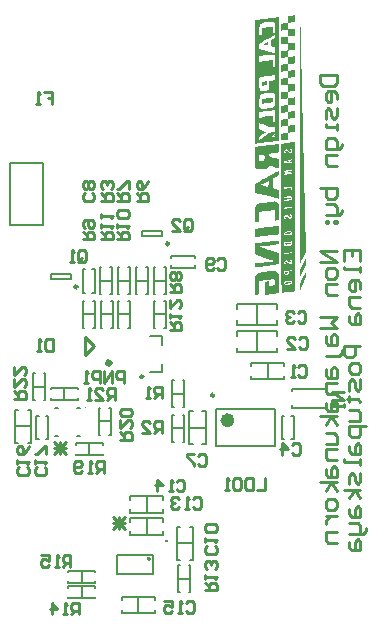
<source format=gbr>
%TF.GenerationSoftware,Altium Limited,Altium Designer,18.1.9 (240)*%
G04 Layer_Color=32896*
%FSLAX26Y26*%
%MOIN*%
%TF.FileFunction,Legend,Bot*%
%TF.Part,Single*%
G01*
G75*
%TA.AperFunction,NonConductor*%
%ADD50C,0.010000*%
%ADD51C,0.009842*%
%ADD52C,0.003937*%
%ADD53C,0.023622*%
%ADD54C,0.019685*%
%ADD55C,0.007874*%
%ADD56C,0.005906*%
G36*
X1041285Y2018373D02*
X1030203Y2017681D01*
X1026048Y2016988D01*
X1021892Y2016296D01*
X1019122Y2015603D01*
X1017736D01*
Y1994825D01*
X1018429Y1993440D01*
X1019122D01*
X1020507D01*
X1024662Y1994132D01*
X1028126Y1994825D01*
X1029511D01*
X1030203D01*
X1033666Y1995518D01*
X1036437D01*
X1038514D01*
X1039900Y1996210D01*
X1041285D01*
Y1972662D01*
X1029511Y1971969D01*
X1025355Y1971277D01*
X1022585Y1970584D01*
X1020507D01*
X1019122Y1969891D01*
X1017736D01*
Y1947036D01*
X1018429D01*
X1019814D01*
X1023277Y1947728D01*
X1027433Y1948421D01*
X1028818D01*
X1029511D01*
X1032974Y1949113D01*
X1035744D01*
X1037822D01*
X1039207Y1949806D01*
X1041285D01*
Y1926950D01*
X1040592D01*
X1039207D01*
X1035744Y1926258D01*
X1031589Y1925565D01*
X1030896D01*
X1030203D01*
X1026740Y1924872D01*
X1023970D01*
X1021892Y1924180D01*
X1019814D01*
X1018429D01*
Y1923487D01*
X1017736Y1922102D01*
Y1901324D01*
X1017044D01*
X1015659D01*
X1012196Y1900631D01*
X1008040Y1899939D01*
X1007347D01*
X1006655D01*
X1003192Y1899246D01*
X1000422D01*
X998344Y1898554D01*
X996958D01*
X995573D01*
Y1899246D01*
X994881Y1900631D01*
Y1921409D01*
X995573D01*
X996266D01*
X1000422Y1922102D01*
X1003885Y1922795D01*
X1005270D01*
X1005962D01*
X1017044Y1924180D01*
Y1935262D01*
X1017736Y1946343D01*
X1006655Y1945650D01*
X1003192Y1944958D01*
X1000422D01*
X998344Y1944265D01*
X996958D01*
X995573D01*
X994881Y1943573D01*
Y1967121D01*
X995573D01*
X996266D01*
X1000422Y1967814D01*
X1003885Y1968506D01*
X1005270D01*
X1005962D01*
X1009425Y1969199D01*
X1012196D01*
X1014274D01*
X1015659Y1969891D01*
X1017736D01*
Y1989284D01*
X1017044Y1990669D01*
Y1992055D01*
X1014274D01*
X1011503D01*
X1003885Y1991362D01*
X1001114D01*
X998344Y1990669D01*
X996266D01*
X995573D01*
X994881Y1989284D01*
Y2012833D01*
X1005962Y2014910D01*
X1009425D01*
X1012196Y2015603D01*
X1014274D01*
X1015659D01*
X1017044D01*
X1017736D01*
Y2039151D01*
X1028126Y2039844D01*
X1031589D01*
X1032974Y2040537D01*
X1033666D01*
X1037129D01*
X1037822Y2041229D01*
X1038514D01*
X1039900Y2041922D01*
X1041285D01*
Y2018373D01*
D02*
G37*
G36*
Y1881239D02*
X1030203Y1879853D01*
X1026740Y1879161D01*
X1023970D01*
X1021892Y1878468D01*
X1020507D01*
X1019122D01*
X1017736D01*
Y1856998D01*
X1018429Y1855612D01*
X1019122D01*
X1020507D01*
X1024662Y1856305D01*
X1028126Y1856998D01*
X1029511D01*
X1030203D01*
X1033666Y1857690D01*
X1036437D01*
X1038514D01*
X1039900Y1858383D01*
X1041285D01*
Y1834834D01*
X1030203Y1834142D01*
X1026740Y1833449D01*
X1023277Y1832757D01*
X1021199D01*
X1019814Y1832064D01*
X1018429D01*
X1017736D01*
Y1809901D01*
X1018429D01*
X1019814D01*
X1023277Y1810593D01*
X1027433Y1811286D01*
X1028818D01*
X1029511D01*
X1032974Y1811979D01*
X1035744D01*
X1037822D01*
X1039207Y1812671D01*
X1041285D01*
Y1789123D01*
X1040592D01*
X1037822D01*
X1034359Y1788430D01*
X1030896D01*
X1030203D01*
X1029511D01*
X1026048Y1787738D01*
X1023277Y1787045D01*
X1019814Y1786352D01*
X1018429D01*
X1017736D01*
Y1764189D01*
X1017044D01*
X1016351Y1763497D01*
X1014966D01*
X1011503Y1762804D01*
X1007347Y1762111D01*
X1006655D01*
X1005962D01*
X1002499D01*
X999729Y1761419D01*
X998344D01*
X996958D01*
X995573D01*
X994881D01*
Y1783582D01*
X995573D01*
X996266D01*
X1000422Y1784275D01*
X1003885Y1784967D01*
X1005270D01*
X1005962D01*
X1009425Y1785660D01*
X1012196D01*
X1014274D01*
X1015659Y1786352D01*
X1017736D01*
Y1807130D01*
X1017044Y1808516D01*
Y1809901D01*
X1014274D01*
X1010811Y1809208D01*
X1003885Y1808516D01*
X1000422Y1807823D01*
X998344D01*
X996266Y1807130D01*
X995573D01*
X994881D01*
Y1829294D01*
X997651D01*
X1000422Y1829986D01*
X1008040Y1830679D01*
X1011503Y1831371D01*
X1014274D01*
X1016351Y1832064D01*
X1017044D01*
X1017736D01*
Y1852842D01*
X1017044Y1854227D01*
Y1855612D01*
X1015659D01*
X1012888Y1854920D01*
X1009425D01*
X1005270Y1854227D01*
X1001807Y1853535D01*
X998344D01*
X996266Y1852842D01*
X995573D01*
X994881D01*
Y1875005D01*
X1005962Y1877083D01*
X1009425Y1877776D01*
X1012196D01*
X1014274D01*
X1015659Y1878468D01*
X1017044D01*
X1017736D01*
Y1901324D01*
X1020507D01*
X1023970Y1902017D01*
X1031589Y1902709D01*
X1035052Y1903402D01*
X1037822D01*
X1039900Y1904094D01*
X1040592D01*
X1041285D01*
Y1881239D01*
D02*
G37*
G36*
Y1743411D02*
X1040592D01*
X1039900D01*
X1038514D01*
X1035052Y1742719D01*
X1030896D01*
X1030203D01*
X1029511D01*
X1017736Y1740641D01*
Y1718478D01*
X1017044D01*
X1011503Y1717785D01*
X1006655Y1717092D01*
X1003192Y1716400D01*
X999729Y1715707D01*
X997651D01*
X996266D01*
X994881D01*
Y1737870D01*
X995573D01*
X996266D01*
X996958Y1738563D01*
X1001114Y1739256D01*
X1004577Y1739948D01*
X1005962D01*
X1006655D01*
X1017736Y1740641D01*
Y1764189D01*
X1019122D01*
X1024662Y1764882D01*
X1029511Y1765574D01*
X1032974Y1766267D01*
X1035744D01*
X1037822Y1766960D01*
X1039207D01*
X1040592D01*
X1041285D01*
Y1743411D01*
D02*
G37*
G36*
Y1697700D02*
X1040592D01*
X1039207D01*
X1035052Y1697007D01*
X1030896D01*
X1030203D01*
X1029511D01*
X1017736Y1694929D01*
Y1672766D01*
X1017044D01*
X1015659D01*
X1011503Y1672073D01*
X1007347Y1671381D01*
X1006655D01*
X1005962D01*
X1002499Y1670688D01*
X999729Y1669996D01*
X997651D01*
X996266Y1669303D01*
X994881D01*
Y1692851D01*
X995573D01*
X996958D01*
X1000422Y1693544D01*
X1004577Y1694237D01*
X1005270D01*
X1005962D01*
X1011503Y1694929D01*
X1014966D01*
X1016351D01*
X1017044D01*
X1017736Y1695622D01*
Y1718478D01*
X1018429D01*
X1019814D01*
X1023970Y1719170D01*
X1028126Y1719863D01*
X1028818D01*
X1029511D01*
X1032974Y1720555D01*
X1035744D01*
X1037822D01*
X1039207Y1721248D01*
X1040592D01*
X1041285D01*
Y1697700D01*
D02*
G37*
G36*
Y1651988D02*
X1040592D01*
X1039207D01*
X1035052Y1651295D01*
X1030896Y1650603D01*
X1030203D01*
X1029511D01*
X1025355Y1649910D01*
X1022585D01*
X1020507Y1649218D01*
X1019122D01*
X1017736D01*
Y1626362D01*
X1006655Y1624977D01*
X1002499Y1624284D01*
X1001807D01*
X1001114D01*
X997651Y1623591D01*
X996958D01*
X995573D01*
X994881D01*
Y1646447D01*
X1005962Y1647832D01*
X1009425Y1648525D01*
X1012196D01*
X1014274D01*
X1015659Y1649218D01*
X1017044D01*
X1017736Y1649910D01*
Y1672766D01*
X1018429D01*
X1019814D01*
X1023970Y1673459D01*
X1028126Y1674151D01*
X1028818D01*
X1029511D01*
X1032974Y1674844D01*
X1035744D01*
X1037822D01*
X1039207Y1675536D01*
X1040592D01*
X1041285D01*
Y1651988D01*
D02*
G37*
G36*
X986569Y1622206D02*
X947091Y1617358D01*
X940165Y1616666D01*
X933932Y1615973D01*
X928391Y1615280D01*
X924236Y1614588D01*
X917309Y1613895D01*
X912461Y1613203D01*
X908998Y1612510D01*
X907613D01*
X906920D01*
X905535Y1611817D01*
Y2024607D01*
X906920D01*
X907613D01*
X908306D01*
X910384Y2025300D01*
X913154D01*
X919387Y2025992D01*
X926313Y2026685D01*
X933932Y2028070D01*
X940165Y2028763D01*
X942936D01*
X945014Y2029455D01*
X945706D01*
X946399D01*
X952632Y2030148D01*
X958865Y2030840D01*
X963714Y2031533D01*
X967869Y2032226D01*
X974795Y2032918D01*
X979644Y2033611D01*
X982414Y2034303D01*
X984492D01*
X985184D01*
X986569D01*
Y1622206D01*
D02*
G37*
G36*
Y1583421D02*
X985877D01*
X985184D01*
X984492D01*
X979644Y1582728D01*
X978258D01*
X977566D01*
X974795Y1582035D01*
X972025Y1581343D01*
X969947Y1580650D01*
X969255D01*
X963714Y1579958D01*
X959558D01*
X956788Y1579265D01*
X954710D01*
X953325D01*
X952632D01*
X951939Y1578572D01*
Y1570261D01*
X967869Y1566106D01*
X969947D01*
X972717Y1565413D01*
X974795Y1564720D01*
X975488D01*
X978258Y1564028D01*
X980336Y1563335D01*
X981721Y1562643D01*
X982414D01*
X983799Y1561950D01*
X984492D01*
X986569Y1561257D01*
Y1530091D01*
X985877D01*
X983799Y1530783D01*
X981029Y1532168D01*
X977566Y1532861D01*
X974795Y1534246D01*
X972025Y1535631D01*
X969947Y1536324D01*
X969255D01*
X963714Y1538402D01*
X959558Y1539787D01*
X956095Y1540479D01*
X954017Y1541172D01*
X952632Y1541865D01*
X951939D01*
Y1539787D01*
X950554Y1535631D01*
X948476Y1532168D01*
X947091Y1530783D01*
X946399Y1530091D01*
X945014D01*
X942936Y1529398D01*
X938087D01*
X933239Y1528705D01*
X931854D01*
X931162D01*
X925621Y1528013D01*
X921465D01*
X918695D01*
X915924D01*
X914539D01*
X913154Y1528705D01*
X912461D01*
X910384Y1530091D01*
X908306Y1532168D01*
X907613Y1534246D01*
X906920Y1534939D01*
Y1569569D01*
X905535Y1601428D01*
X906920D01*
X907613D01*
X908998Y1602121D01*
X913154Y1602813D01*
X919387Y1603506D01*
X927006Y1604199D01*
X933932Y1605584D01*
X940165Y1606276D01*
X945014Y1606969D01*
X945706D01*
X946399D01*
X953325Y1607662D01*
X958865Y1608354D01*
X964406Y1609047D01*
X968562Y1609739D01*
X975488Y1610432D01*
X980336Y1611125D01*
X983106Y1611817D01*
X984492D01*
X985184D01*
X986569D01*
Y1583421D01*
D02*
G37*
G36*
Y1510005D02*
X976181Y1503079D01*
X965099Y1497538D01*
Y1464986D01*
X965792D01*
X966484D01*
X967177Y1464293D01*
X970640Y1463601D01*
X974795Y1462908D01*
X975488Y1462216D01*
X976181D01*
X986569Y1459445D01*
Y1429664D01*
X979644Y1431049D01*
X978258D01*
X976181Y1431741D01*
X974103Y1432434D01*
X973410D01*
X968562Y1433819D01*
X963714Y1435204D01*
X959558Y1435897D01*
X958865Y1436590D01*
X958173D01*
X951247Y1437975D01*
X945014Y1440053D01*
X941551Y1440745D01*
X940165Y1441438D01*
X905535Y1449749D01*
Y1478146D01*
X907613Y1478838D01*
X921465Y1486457D01*
X933239Y1493383D01*
X943628Y1499616D01*
X952632Y1504464D01*
X960251Y1508620D01*
X966484Y1512083D01*
X971332Y1515546D01*
X976181Y1517624D01*
X978951Y1519701D01*
X981721Y1521087D01*
X985184Y1522472D01*
X986569Y1523165D01*
Y1510005D01*
D02*
G37*
G36*
X976181Y1418582D02*
X979644Y1417197D01*
X981721Y1415812D01*
X982414Y1415119D01*
X983799Y1413041D01*
X984492Y1412349D01*
X985184Y1410271D01*
X985877Y1406115D01*
Y1401267D01*
X986569Y1396419D01*
Y1358326D01*
X979644Y1357633D01*
X976181Y1356940D01*
X974103Y1356248D01*
X973410D01*
X972025D01*
Y1390185D01*
X971332Y1390878D01*
X970640D01*
X969255Y1392263D01*
X946399Y1388800D01*
X938780Y1388108D01*
X932547Y1386722D01*
X928391D01*
X925621Y1386030D01*
X924236Y1385337D01*
X922850D01*
X921465Y1384645D01*
X920773Y1383952D01*
X920080Y1383259D01*
X919387Y1382567D01*
Y1380489D01*
X918695Y1377718D01*
Y1350707D01*
X913846Y1350014D01*
X910384D01*
X907613D01*
X906920D01*
X905535D01*
Y1399189D01*
X906920Y1402652D01*
X908998Y1406115D01*
X913846Y1410271D01*
X918002Y1413041D01*
X919387Y1413734D01*
X920080D01*
X922158D01*
X925621Y1414426D01*
X929776Y1415119D01*
X934625Y1415812D01*
X939473Y1416504D01*
X942936D01*
X945706Y1417197D01*
X947091D01*
X954017Y1417889D01*
X960251Y1418582D01*
X964406Y1419274D01*
X967177D01*
X969255Y1419967D01*
X970640D01*
X971332D01*
X976181Y1418582D01*
D02*
G37*
G36*
X986569Y1313999D02*
X985877Y1311921D01*
Y1310536D01*
X985184D01*
X983799D01*
X979644Y1309844D01*
X972717Y1309151D01*
X965792Y1308458D01*
X958865Y1307766D01*
X952632Y1307073D01*
X947784Y1306381D01*
X947091D01*
X946399D01*
X939473Y1305688D01*
X933239Y1304995D01*
X928391Y1304303D01*
X923543Y1303610D01*
X919387Y1302918D01*
X916617D01*
X911769Y1302225D01*
X908998Y1301533D01*
X907613D01*
X906920D01*
X905535D01*
Y1329236D01*
X945014Y1334085D01*
X951939Y1334777D01*
X958173Y1335470D01*
X963021Y1336162D01*
X967869Y1336855D01*
X974795Y1338240D01*
X979644Y1338933D01*
X982414D01*
X984492Y1339626D01*
X985184D01*
X986569D01*
Y1313999D01*
D02*
G37*
G36*
X1057907Y2025992D02*
Y2006599D01*
X1058600Y1994825D01*
Y1981666D01*
X1059293Y1967121D01*
Y1951884D01*
X1059985Y1935262D01*
Y1917947D01*
X1061370Y1882624D01*
X1062063Y1845224D01*
X1062755Y1808516D01*
X1064141Y1773193D01*
Y1755878D01*
X1064833Y1739256D01*
Y1724018D01*
X1065526Y1709474D01*
Y1696314D01*
X1066218Y1684540D01*
Y1665148D01*
X1066911Y1657529D01*
Y1647832D01*
X1075915Y1252358D01*
X1066911Y1232965D01*
X1063448Y1226732D01*
X1061370Y1221883D01*
X1059293Y1218420D01*
X1058600Y1215650D01*
X1057907Y1214265D01*
X1057215Y1213572D01*
Y1251665D01*
X1056522Y1264132D01*
Y1991362D01*
X1057215Y2000366D01*
Y2033611D01*
X1057907Y2025992D01*
D02*
G37*
G36*
X986569Y1277984D02*
X985184D01*
X984492D01*
X983106Y1277292D01*
X979644Y1276599D01*
X974103Y1275906D01*
X968562Y1275214D01*
X962328Y1274521D01*
X957480Y1273829D01*
X954017Y1273136D01*
X952632D01*
X947091Y1272443D01*
X942243Y1271751D01*
X934625Y1271058D01*
X928391Y1270366D01*
X924928D01*
X922158Y1269673D01*
X920773D01*
X922158Y1268980D01*
X924236Y1268288D01*
X924928D01*
X928391Y1266902D01*
X932547Y1265517D01*
X935317Y1264825D01*
X936010Y1264132D01*
X936702D01*
X942243Y1262054D01*
X947784Y1259976D01*
X951247Y1258591D01*
X951939Y1257899D01*
X952632D01*
X985184Y1246817D01*
Y1210802D01*
X946399Y1205954D01*
X939473Y1204569D01*
X933239Y1203876D01*
X928391Y1203183D01*
X927698D01*
X927006D01*
X920773Y1202491D01*
X915924Y1201798D01*
X913154D01*
X912461D01*
X908998Y1201105D01*
X907613D01*
X906920D01*
X906228Y1201798D01*
X905535Y1203876D01*
Y1212880D01*
X906228Y1213572D01*
X906920D01*
X907613D01*
X911769Y1214265D01*
X916617Y1214957D01*
X922850D01*
X928391Y1215650D01*
X933932Y1216343D01*
X937395Y1217035D01*
X938087D01*
X938780D01*
X944321Y1217728D01*
X949169Y1218420D01*
X957480Y1219113D01*
X963021Y1219806D01*
X966484Y1220498D01*
X969255D01*
X969947Y1221191D01*
X970640D01*
X969947Y1221883D01*
X968562Y1222576D01*
X967869Y1223269D01*
X967177D01*
X963714Y1223961D01*
X960251Y1224654D01*
X957480Y1225347D01*
X956788Y1226039D01*
X951939Y1227424D01*
X947784Y1229502D01*
X944321Y1230195D01*
X942936Y1230887D01*
X938087Y1232273D01*
X933932Y1234350D01*
X930469Y1235043D01*
X929084Y1235736D01*
X924236Y1237813D01*
X920080Y1238506D01*
X918002Y1239891D01*
X917309D01*
X914539Y1240584D01*
X912461Y1241276D01*
X911769D01*
X905535Y1243354D01*
Y1280062D01*
X906920Y1280755D01*
X907613D01*
X908306D01*
X910384Y1281447D01*
X913154D01*
X919387Y1282140D01*
X926313Y1282832D01*
X933932Y1284217D01*
X940165Y1284910D01*
X942936D01*
X945014Y1285603D01*
X945706D01*
X946399D01*
X953325Y1286295D01*
X958865Y1286988D01*
X964406Y1287680D01*
X968562D01*
X975488Y1289066D01*
X980336D01*
X983106Y1289758D01*
X984492D01*
X985184D01*
X986569D01*
Y1277984D01*
D02*
G37*
G36*
X1075915Y1229502D02*
X1076608Y1225347D01*
X1077300Y1221883D01*
Y1209417D01*
X1066911Y1189331D01*
X1063448Y1182405D01*
X1061370Y1177557D01*
X1059293Y1173401D01*
X1058600Y1171324D01*
X1057907Y1169938D01*
X1057215Y1168553D01*
Y1169246D01*
X1056522Y1169938D01*
Y1190716D01*
X1066911Y1211495D01*
X1068989Y1217035D01*
X1071067Y1221191D01*
X1072452Y1224654D01*
X1073145Y1225347D01*
X1074530Y1228810D01*
X1075222Y1230195D01*
X1075915Y1230887D01*
Y1229502D01*
D02*
G37*
G36*
X977566Y1187254D02*
X979644Y1185868D01*
X983106Y1183098D01*
X984492Y1180328D01*
X985184Y1178942D01*
X985877Y1176864D01*
Y1167168D01*
X986569Y1161627D01*
Y1122149D01*
X985877Y1118686D01*
Y1114531D01*
X984492D01*
X981721Y1113838D01*
X978258D01*
X974103Y1113145D01*
X969255Y1112453D01*
X965792D01*
X963021Y1111760D01*
X962328D01*
X954710Y1110375D01*
X949169Y1109682D01*
X945014Y1108990D01*
X942243D01*
X940858Y1108297D01*
X939473D01*
Y1108990D01*
X938780Y1111760D01*
Y1151931D01*
X944321Y1152623D01*
X947784Y1153316D01*
X949862D01*
X950554D01*
X951939D01*
Y1138772D01*
X956095D01*
X960251Y1139464D01*
X963021D01*
X965792Y1140157D01*
X968562Y1140849D01*
X969255Y1141542D01*
X971332Y1142927D01*
X972025Y1143620D01*
Y1144312D01*
X972717Y1145697D01*
X973410Y1148468D01*
Y1158164D01*
X972025Y1158857D01*
X970640Y1160242D01*
X969947Y1160935D01*
X969255D01*
X967869D01*
X965099Y1160242D01*
X961636D01*
X957480Y1159550D01*
X953325Y1158857D01*
X949862D01*
X947091Y1158164D01*
X946399D01*
X938780Y1157472D01*
X933239Y1156779D01*
X929084Y1156086D01*
X926313Y1155394D01*
X924236D01*
X923543D01*
X922850D01*
X920773Y1154009D01*
X920080Y1152623D01*
X918695Y1151931D01*
Y1110375D01*
X913154Y1109682D01*
X909691Y1108990D01*
X907613Y1108297D01*
X906920D01*
X905535D01*
Y1155394D01*
X906228Y1160935D01*
Y1166476D01*
X906920Y1167861D01*
Y1170631D01*
X907613Y1172016D01*
X908306Y1173401D01*
X908998Y1174094D01*
X913154Y1178250D01*
X917309Y1181020D01*
X921465Y1182405D01*
X922158Y1183098D01*
X922850D01*
X924236D01*
X927006Y1183791D01*
X931162Y1184483D01*
X935317D01*
X939473Y1185176D01*
X942936Y1185868D01*
X945706Y1186561D01*
X946399D01*
X954710Y1187254D01*
X960943Y1187946D01*
X965792D01*
X969255D01*
X972025D01*
X973410D01*
X974103D01*
X977566Y1187254D01*
D02*
G37*
G36*
X1077300Y1181020D02*
X1077993Y1177557D01*
Y1167861D01*
X1067604Y1145005D01*
X1064141Y1138079D01*
X1061370Y1132538D01*
X1059985Y1129075D01*
X1058600Y1126305D01*
X1057907Y1124919D01*
X1057215Y1123534D01*
Y1124227D01*
X1056522Y1124919D01*
Y1145697D01*
X1066911Y1167861D01*
X1070374Y1174787D01*
X1073145Y1179635D01*
X1074530Y1183098D01*
X1075915Y1185176D01*
X1076608Y1186561D01*
X1077300Y1187946D01*
Y1181020D01*
D02*
G37*
G36*
X1041285Y1121457D02*
X1040592D01*
X1028818Y1119379D01*
X1019122Y1117994D01*
X1011503Y1117301D01*
X1005270Y1116608D01*
X1001114Y1115916D01*
X997651D01*
X996266D01*
X995573D01*
Y1138772D01*
X994881Y1146390D01*
Y1612510D01*
X995573D01*
X1007347Y1614588D01*
X1017736Y1615973D01*
X1025355Y1616666D01*
X1031589Y1617358D01*
X1035744Y1618051D01*
X1038514D01*
X1039900D01*
X1040592D01*
X1041285D01*
Y1121457D01*
D02*
G37*
%LPC*%
G36*
X966484Y2019759D02*
X963714D01*
X956095D01*
X952632Y2019066D01*
X949862D01*
X947784Y2018373D01*
X947091D01*
X941551Y2017681D01*
X937395Y2016988D01*
X933932Y2016296D01*
X931854Y2015603D01*
X929776D01*
X929084Y2014910D01*
X928391D01*
X925621Y2012833D01*
X923543Y2011447D01*
X922850Y2010062D01*
Y2009370D01*
X922158Y2007985D01*
Y2005907D01*
X921465Y2000366D01*
Y1977510D01*
X922158Y1976125D01*
Y1975432D01*
X922850D01*
X924236D01*
X925621Y1976125D01*
X926313D01*
X927698D01*
X929084D01*
X929776D01*
Y1976818D01*
X930469Y1977510D01*
Y1997595D01*
X931162Y1998981D01*
X931854D01*
X932547D01*
X933932D01*
X936702Y1999673D01*
X939473D01*
X942243Y2000366D01*
X945014D01*
X946399Y2001059D01*
X947091D01*
X951939Y2001751D01*
X955403D01*
X958173D01*
X960251Y2002444D01*
X962328D01*
X963021D01*
Y2001751D01*
X963714D01*
X965099Y2000366D01*
Y1980281D01*
X965792D01*
X967869D01*
X969255Y1980973D01*
X969947D01*
X972025D01*
X972717D01*
X973410D01*
Y2013525D01*
X971332Y2016296D01*
X969947Y2018373D01*
X968562Y2019066D01*
X967869D01*
X966484Y2019759D01*
D02*
G37*
G36*
X973410Y1975432D02*
X972025Y1974740D01*
X969255Y1973354D01*
X965099Y1971277D01*
X960251Y1968506D01*
X956095Y1965736D01*
X951939Y1963658D01*
X949169Y1962273D01*
X947784Y1961580D01*
X939473Y1956732D01*
X933932Y1953269D01*
X929084Y1950499D01*
X926313Y1948421D01*
X924236Y1947036D01*
X923543Y1946343D01*
X922850D01*
X921465D01*
Y1928335D01*
X922850D01*
X925621Y1926950D01*
X929776Y1926258D01*
X934625Y1924872D01*
X939473Y1923487D01*
X943628Y1922795D01*
X946399Y1921409D01*
X947784D01*
X956095Y1919332D01*
X962328Y1917254D01*
X967177Y1915869D01*
X969947Y1915176D01*
X972025Y1914484D01*
X972717D01*
X973410D01*
Y1934569D01*
X966484Y1935954D01*
X958865Y1938032D01*
Y1959503D01*
X966484Y1962966D01*
X973410Y1967121D01*
Y1975432D01*
D02*
G37*
G36*
Y1909635D02*
X972025D01*
X968562Y1908943D01*
X964406D01*
X959558Y1908250D01*
X954710Y1907557D01*
X951247D01*
X948476Y1906865D01*
X947091D01*
X921465Y1903402D01*
Y1885394D01*
X922850D01*
X933932Y1887472D01*
X942936Y1888857D01*
X949862Y1889550D01*
X956095Y1890243D01*
X960251Y1890935D01*
X963021D01*
X964406D01*
X965099D01*
Y1869465D01*
X965792D01*
X966484D01*
X967177D01*
X967869D01*
X969947D01*
X970640D01*
X973410Y1870850D01*
Y1909635D01*
D02*
G37*
G36*
Y1841761D02*
X972025D01*
X969255Y1841068D01*
X965792Y1840375D01*
X960943Y1839683D01*
X956095D01*
X952632Y1838990D01*
X949862Y1838297D01*
X948476D01*
X940165Y1836912D01*
X933239Y1836220D01*
X929084Y1835527D01*
X925621D01*
X923543Y1834834D01*
X922850D01*
X922158D01*
Y1834142D01*
X921465Y1831371D01*
Y1802975D01*
X922158Y1799512D01*
Y1795356D01*
X922850Y1794664D01*
Y1793971D01*
X923543Y1791893D01*
X924928Y1789815D01*
X925621Y1789123D01*
X926313Y1788430D01*
X928391D01*
X931162D01*
X933239D01*
X933932D01*
X938087D01*
X941551Y1789123D01*
X943628D01*
X945014Y1789815D01*
X947091Y1790508D01*
X950554Y1791893D01*
X952632Y1794664D01*
X954017Y1796742D01*
X954710Y1797434D01*
Y1822368D01*
X955403D01*
X956095D01*
X959558D01*
X962328Y1823060D01*
X963021D01*
X963714D01*
X967869Y1823753D01*
X970640D01*
X972025D01*
X973410D01*
Y1841761D01*
D02*
G37*
G36*
X966484Y1782889D02*
X965792D01*
X963714D01*
X963021D01*
X950554Y1782197D01*
X945014Y1781504D01*
X940165Y1780812D01*
X936702Y1780119D01*
X933239Y1779427D01*
X931854Y1778734D01*
X931162D01*
X927698Y1777349D01*
X924928Y1775964D01*
X924236Y1773886D01*
X923543Y1773193D01*
X922850Y1771808D01*
X922158Y1769730D01*
Y1766267D01*
X921465Y1762804D01*
Y1735100D01*
X922850Y1734408D01*
X923543Y1732330D01*
X924928Y1730945D01*
X925621Y1730252D01*
X926313D01*
X928391Y1729559D01*
X931162D01*
X938780D01*
X942243D01*
X945014Y1730252D01*
X947091D01*
X947784D01*
X951939Y1730945D01*
X955403Y1731637D01*
X957480D01*
X959558Y1732330D01*
X960943D01*
X961636D01*
X966484Y1734408D01*
X969947Y1737178D01*
X971332Y1739256D01*
X972025Y1739948D01*
X972717Y1741333D01*
Y1744104D01*
X973410Y1750337D01*
Y1769037D01*
X972717Y1772501D01*
Y1775964D01*
X972025Y1777349D01*
Y1778041D01*
X970640Y1780119D01*
X968562Y1781504D01*
X966484Y1782889D01*
D02*
G37*
G36*
X973410Y1724018D02*
X972025D01*
X969255Y1723326D01*
X965792D01*
X960943Y1722633D01*
X956095Y1721941D01*
X952632D01*
X949862Y1721248D01*
X948476D01*
X940165Y1720555D01*
X933239Y1719863D01*
X929084Y1719170D01*
X925621Y1718478D01*
X923543D01*
X922850D01*
X922158D01*
Y1717785D01*
X921465Y1717092D01*
Y1699777D01*
X922850D01*
X933932Y1701855D01*
X942936Y1703241D01*
X950554Y1703933D01*
X956095Y1704626D01*
X960251Y1705318D01*
X963021D01*
X964406D01*
X965099D01*
Y1683848D01*
X965792D01*
X966484D01*
X968562D01*
X969947Y1684540D01*
X970640D01*
X973410D01*
Y1724018D01*
D02*
G37*
G36*
X969947Y1645062D02*
X969255D01*
X967177Y1644370D01*
X965099Y1642984D01*
X964406Y1642292D01*
X963714Y1641599D01*
Y1638136D01*
X965099Y1636058D01*
X967177Y1635366D01*
X968562Y1636058D01*
X969255D01*
X972025Y1638136D01*
X973410Y1640214D01*
Y1642292D01*
X972025Y1643677D01*
X970640Y1644370D01*
X969947Y1645062D01*
D02*
G37*
G36*
X922850Y1681770D02*
X921465D01*
Y1660992D01*
X933239Y1655451D01*
X936702Y1654066D01*
X938780Y1652681D01*
X941551Y1651295D01*
X942936Y1650603D01*
X942243D01*
X941551Y1649218D01*
X938087Y1647140D01*
X934625Y1645062D01*
X933932Y1643677D01*
X933239D01*
X921465Y1636058D01*
Y1626362D01*
X923543Y1627747D01*
X924236Y1628440D01*
X924928Y1629132D01*
X925621Y1629825D01*
X926313D01*
X928391Y1631210D01*
X930469Y1632595D01*
X931854Y1633288D01*
X932547Y1633980D01*
X937395Y1637444D01*
X938780Y1638136D01*
X939473Y1638829D01*
X954710Y1649218D01*
X963714Y1650603D01*
X973410Y1651988D01*
Y1669303D01*
X972717D01*
X972025D01*
X968562Y1668611D01*
X965099D01*
X964406D01*
X963714D01*
X953325Y1666533D01*
X938780Y1674151D01*
X933932Y1676922D01*
X929776Y1678307D01*
X927006Y1679692D01*
X924928Y1681077D01*
X923543D01*
X922850Y1681770D01*
D02*
G37*
%LPD*%
G36*
X950554Y1947036D02*
X951247Y1942880D01*
Y1940110D01*
X950554D01*
X949862D01*
X946399Y1940802D01*
X943628Y1941495D01*
X942243Y1942188D01*
X939473Y1942880D01*
X937395Y1943573D01*
X934625Y1944265D01*
X933932D01*
X935317Y1944958D01*
X938087Y1946343D01*
X940858Y1948421D01*
X941551Y1949113D01*
X942243D01*
X950554Y1953962D01*
Y1947036D01*
D02*
G37*
G36*
X947091Y1809208D02*
X946399Y1807823D01*
X945014D01*
X943628Y1807130D01*
X941551D01*
X938780D01*
X938087D01*
X934625Y1806438D01*
X932547D01*
X931854D01*
X931162D01*
X930469D01*
Y1818212D01*
X931854Y1818905D01*
X934625D01*
X936702Y1819597D01*
X938087D01*
X942243Y1820290D01*
X945014D01*
X945706D01*
X946399D01*
X947091D01*
Y1809208D01*
D02*
G37*
G36*
X964406Y1764189D02*
X965099D01*
Y1754493D01*
X964406Y1752415D01*
Y1751723D01*
X963714Y1751030D01*
X963021D01*
X960943Y1750337D01*
X956095Y1749645D01*
X953325Y1748952D01*
X950554Y1748259D01*
X949169D01*
X948476D01*
X943628Y1747567D01*
X939473Y1746874D01*
X936702D01*
X934625Y1746182D01*
X933239D01*
X932547D01*
X931162Y1746874D01*
X930469Y1747567D01*
Y1759341D01*
X931162Y1761419D01*
X931854Y1762111D01*
X933239D01*
X934625D01*
X940165Y1762804D01*
X942936Y1763497D01*
X945706D01*
X947091Y1764189D01*
X947784D01*
X953325Y1764882D01*
X957480D01*
X960251D01*
X962328D01*
X963714D01*
X964406Y1764189D01*
D02*
G37*
G36*
X969947Y1643677D02*
X971332Y1642984D01*
X972025Y1642292D01*
X971332Y1638829D01*
X970640Y1638136D01*
X968562Y1636751D01*
X967869D01*
X966484D01*
X965792Y1637444D01*
X965099Y1638136D01*
X964406Y1638829D01*
Y1640214D01*
X965099Y1640907D01*
X965792Y1642984D01*
X967177Y1643677D01*
X967869Y1644370D01*
X968562D01*
X969947Y1643677D01*
D02*
G37*
%LPC*%
G36*
X970640Y1642292D02*
X969947D01*
X969255D01*
X968562D01*
X967177Y1641599D01*
X965792Y1640907D01*
Y1638829D01*
X966484D01*
X967177Y1638136D01*
X967869D01*
X968562Y1638829D01*
X969255D01*
X970640D01*
Y1639521D01*
X969947D01*
X969255Y1640214D01*
X967869Y1640907D01*
Y1641599D01*
X968562D01*
X969947D01*
X970640D01*
Y1642292D01*
D02*
G37*
%LPD*%
G36*
X967869Y1640214D02*
X967177Y1639521D01*
X966484D01*
Y1640907D01*
X967869D01*
Y1640214D01*
D02*
G37*
%LPC*%
G36*
X938087Y1577187D02*
X937395D01*
X936010D01*
X933239Y1576495D01*
X929776Y1575802D01*
X929084D01*
X928391D01*
X920080Y1575110D01*
Y1556409D01*
X921465Y1555717D01*
X924236Y1555024D01*
X927006Y1555717D01*
X927698D01*
X928391D01*
X931162Y1556409D01*
X933239D01*
X936010Y1557794D01*
X937395Y1558487D01*
X938087Y1559180D01*
Y1560565D01*
X938780Y1563335D01*
Y1573032D01*
X938087Y1575802D01*
Y1577187D01*
D02*
G37*
G36*
X951939Y1489227D02*
X950554Y1488534D01*
X948476Y1487149D01*
X946399Y1486457D01*
X945014Y1485764D01*
X939473Y1482994D01*
X935317Y1480916D01*
X932547Y1479531D01*
X931162Y1478838D01*
X927006Y1476760D01*
X924928Y1476068D01*
X924236Y1475375D01*
X924928D01*
X926313Y1474682D01*
X930469Y1473297D01*
X935317Y1471912D01*
X936702Y1471219D01*
X937395D01*
X941551Y1470527D01*
X942936D01*
X943628D01*
X947784Y1469834D01*
X948476Y1469142D01*
X949169D01*
X950554Y1468449D01*
X951939Y1478838D01*
Y1489227D01*
D02*
G37*
G36*
X1026048Y1595888D02*
X1025355D01*
X1023970D01*
Y1591732D01*
X1024662D01*
X1026048Y1591039D01*
X1026740Y1590347D01*
X1027433Y1589654D01*
Y1588961D01*
X1026740Y1587576D01*
X1026048Y1586884D01*
X1025355Y1586191D01*
X1023277D01*
X1021892D01*
X1020507Y1588269D01*
X1019122Y1588961D01*
X1015659Y1591732D01*
X1013581Y1593117D01*
X1012196Y1593810D01*
X1011503D01*
X1008040Y1593117D01*
X1005270Y1591039D01*
X1004577Y1589654D01*
X1003885Y1588961D01*
X1003192Y1587576D01*
Y1584113D01*
X1003885Y1582728D01*
X1005270Y1581343D01*
X1006655Y1580650D01*
X1008040D01*
X1008733D01*
X1009425D01*
Y1584806D01*
X1008733D01*
X1007347D01*
X1006655Y1585498D01*
Y1586191D01*
X1007347Y1588269D01*
X1008733Y1588961D01*
X1010811D01*
X1011503D01*
X1012888Y1588269D01*
X1014966Y1587576D01*
X1015659Y1586884D01*
X1016351Y1586191D01*
X1019814Y1584113D01*
X1022585Y1582728D01*
X1024662D01*
X1025355D01*
X1028818Y1584113D01*
X1030203Y1586191D01*
X1030896Y1588269D01*
Y1591732D01*
X1029511Y1593810D01*
X1027433Y1595195D01*
X1026048Y1595888D01*
D02*
G37*
G36*
X1030203Y1561950D02*
X1022585Y1559180D01*
X1016351Y1557794D01*
X1012196Y1556409D01*
X1008040Y1555024D01*
X1005962D01*
X1004577Y1554332D01*
X1003192D01*
Y1548791D01*
X1003885D01*
X1005270D01*
X1007347D01*
X1012196D01*
X1016351D01*
X1017736D01*
X1018429D01*
X1022585D01*
X1025355Y1548098D01*
X1027433D01*
X1028818D01*
X1030203D01*
X1030896D01*
Y1551561D01*
X1029511D01*
X1026740D01*
X1025355D01*
X1024662D01*
Y1556409D01*
X1026740Y1557102D01*
X1028126Y1557794D01*
X1029511Y1558487D01*
X1030203D01*
X1030896D01*
Y1560565D01*
X1030203Y1561950D01*
D02*
G37*
G36*
X1030896Y1525935D02*
X1030203D01*
X1028818D01*
X1027433D01*
X1022585Y1525242D01*
X1018429Y1524550D01*
X1017044D01*
X1016351D01*
X1012196Y1523857D01*
X1009425D01*
X1006655Y1523165D01*
X1005270D01*
X1003885D01*
X1003192Y1522472D01*
Y1518316D01*
X1012196Y1516238D01*
X1015659D01*
X1017736Y1515546D01*
X1020507Y1514853D01*
X1021892Y1514161D01*
X1015659D01*
X1009425Y1513468D01*
X1007347D01*
X1005270Y1512775D01*
X1003885D01*
X1003192D01*
Y1508620D01*
X1003885D01*
X1004577D01*
X1006655D01*
X1010811Y1509312D01*
X1014966Y1510005D01*
X1016351D01*
X1017044D01*
X1021199Y1510698D01*
X1024662D01*
X1027433D01*
X1028818Y1511390D01*
X1030896D01*
Y1516238D01*
X1021892Y1518316D01*
X1019122Y1519009D01*
X1017044D01*
X1014274Y1519701D01*
X1014966D01*
X1017736Y1520394D01*
X1020507Y1521087D01*
X1021199D01*
X1021892D01*
X1026048Y1521779D01*
X1028818D01*
X1030203D01*
X1030896D01*
Y1525935D01*
D02*
G37*
G36*
Y1470527D02*
X1030203Y1469834D01*
X1028818D01*
X1027433D01*
X1022585Y1469142D01*
X1018429Y1468449D01*
X1017044D01*
X1016351D01*
X1012888Y1467756D01*
X1009425D01*
X1005270Y1467064D01*
X1003885D01*
X1003192D01*
Y1462908D01*
X1003885D01*
X1006655D01*
X1010118D01*
X1013581Y1463601D01*
X1014274D01*
X1014966D01*
X1018429Y1464293D01*
X1021199Y1464986D01*
X1024662Y1465679D01*
X1026048D01*
X1026740D01*
Y1458060D01*
X1027433D01*
X1028126D01*
X1028818D01*
X1029511Y1458753D01*
Y1459445D01*
X1030896D01*
Y1470527D01*
D02*
G37*
G36*
X1026048Y1436590D02*
X1025355D01*
X1016351D01*
X1008733Y1435897D01*
X1006655D01*
X1004577Y1435204D01*
X1003885D01*
X1003192D01*
Y1431049D01*
X1003885D01*
X1004577D01*
X1005270D01*
X1008733Y1431741D01*
X1012888Y1432434D01*
X1013581D01*
X1014274D01*
X1017736D01*
X1020507Y1433127D01*
X1022585D01*
X1023970D01*
X1025355D01*
X1026048D01*
X1026740D01*
X1027433Y1431741D01*
Y1431049D01*
X1026740Y1429664D01*
X1026048Y1428971D01*
X1025355Y1428278D01*
X1024662D01*
X1023970D01*
X1019814Y1427586D01*
X1016351Y1426893D01*
X1015659D01*
X1014966D01*
X1011503Y1426200D01*
X1008733D01*
X1006655Y1425508D01*
X1005270D01*
X1003885D01*
X1003192Y1424815D01*
Y1422045D01*
X1003885D01*
X1004577D01*
X1005270D01*
X1009425D01*
X1012888Y1422737D01*
X1014274D01*
X1014966D01*
X1018429Y1423430D01*
X1021199Y1424123D01*
X1024662Y1424815D01*
X1026048D01*
X1026740D01*
X1028126Y1425508D01*
X1029511Y1426893D01*
X1030203Y1427586D01*
Y1428278D01*
X1030896Y1430356D01*
X1031589Y1431741D01*
X1030896Y1432434D01*
Y1433127D01*
X1029511Y1435204D01*
X1028126Y1435897D01*
X1026048Y1436590D01*
D02*
G37*
G36*
X1030896Y1403345D02*
X1030203D01*
X1028126Y1402652D01*
X1023970Y1401959D01*
X1019122Y1401267D01*
X1017736D01*
X1017044D01*
X1012888Y1400574D01*
X1009425Y1399882D01*
X1006655D01*
X1005270Y1399189D01*
X1003192D01*
Y1395726D01*
X1003885D01*
X1004577D01*
X1005270D01*
X1005962Y1396419D01*
X1006655D01*
X1010811D01*
X1012888Y1397111D01*
X1013581D01*
X1018429Y1397804D01*
X1020507Y1398496D01*
X1021199D01*
X1023970D01*
X1026048D01*
X1027433Y1399189D01*
X1028126D01*
X1029511D01*
X1030203D01*
X1030896D01*
Y1403345D01*
D02*
G37*
G36*
X1026048Y1377026D02*
X1024662D01*
X1023970D01*
Y1373563D01*
X1024662D01*
X1026740Y1372178D01*
X1027433D01*
Y1369407D01*
X1026740Y1368022D01*
X1025355Y1367330D01*
X1024662D01*
X1023970D01*
X1022585Y1368022D01*
X1020507Y1368715D01*
X1019814Y1369407D01*
X1019122Y1370100D01*
X1015659Y1372870D01*
X1014966Y1373563D01*
X1012888Y1374255D01*
X1010811Y1374948D01*
X1008040Y1374255D01*
X1005962Y1372870D01*
X1005270Y1372178D01*
X1003885Y1370793D01*
X1003192Y1368715D01*
Y1365944D01*
X1003885Y1365252D01*
X1004577Y1363867D01*
X1005270Y1363174D01*
X1006655Y1361789D01*
X1007347Y1361096D01*
X1008040D01*
X1008733D01*
X1009425Y1361789D01*
Y1365944D01*
X1007347Y1366637D01*
X1006655Y1367330D01*
Y1368715D01*
X1007347Y1369407D01*
X1008733Y1370100D01*
X1010118D01*
X1010811D01*
X1012196Y1369407D01*
X1014274Y1368715D01*
X1015659Y1368022D01*
X1016351Y1367330D01*
X1018429Y1365252D01*
X1020507Y1363867D01*
X1021892Y1363174D01*
X1022585D01*
X1025355Y1363867D01*
X1027433Y1364559D01*
X1028818Y1365252D01*
X1029511Y1365944D01*
X1030896Y1368022D01*
X1031589Y1370100D01*
Y1371485D01*
X1030896Y1372870D01*
X1029511Y1375641D01*
X1028126Y1376333D01*
X1026740D01*
X1026048Y1377026D01*
D02*
G37*
G36*
X1027433Y1321618D02*
X1026740D01*
X1024662D01*
X1021199Y1320925D01*
X1018429D01*
X1017044D01*
X1014274D01*
X1012196Y1320233D01*
X1009425Y1319540D01*
X1008040Y1318848D01*
X1005270Y1317462D01*
X1003885Y1315384D01*
X1003192Y1313307D01*
Y1310536D01*
X1004577Y1308458D01*
X1006655Y1307766D01*
X1007347Y1307073D01*
X1008040D01*
X1008733D01*
X1009425D01*
X1012888D01*
X1015659Y1307766D01*
X1016351D01*
X1017044D01*
X1021892Y1308458D01*
X1024662D01*
X1026048D01*
X1026740D01*
X1028818Y1309844D01*
X1030203Y1311229D01*
X1031589Y1313999D01*
X1030896Y1316770D01*
Y1318155D01*
X1029511Y1319540D01*
X1028126Y1320925D01*
X1027433Y1321618D01*
D02*
G37*
G36*
X1030896Y1286988D02*
X1030203D01*
X1028126D01*
X1023970Y1286295D01*
X1019122D01*
X1017736D01*
X1017044D01*
X1012888Y1285603D01*
X1009425Y1284910D01*
X1007347D01*
X1005270Y1284217D01*
X1003885D01*
X1003192Y1283525D01*
Y1275906D01*
X1003885Y1275214D01*
X1004577Y1273829D01*
X1005270Y1273136D01*
X1009425Y1271751D01*
X1012196D01*
X1014274Y1272443D01*
X1014966Y1273136D01*
X1016351Y1274521D01*
Y1275214D01*
X1017044D01*
Y1274521D01*
X1017736Y1273829D01*
X1018429Y1273136D01*
X1019122D01*
X1020507Y1272443D01*
X1021199D01*
X1021892D01*
X1026048Y1273829D01*
X1027433Y1274521D01*
X1028126D01*
X1029511Y1275906D01*
X1030203Y1276599D01*
Y1277984D01*
X1030896Y1278677D01*
Y1286988D01*
D02*
G37*
G36*
Y1251665D02*
X1030203D01*
X1028126Y1250973D01*
X1023970Y1250280D01*
X1019122Y1249588D01*
X1017736D01*
X1017044D01*
X1012888D01*
X1009425Y1248895D01*
X1006655D01*
X1005270D01*
X1003192D01*
Y1244047D01*
X1003885Y1245432D01*
X1004577D01*
X1005270D01*
X1005962D01*
X1006655D01*
X1010811D01*
X1012888Y1246124D01*
X1013581D01*
X1018429D01*
X1020507Y1246817D01*
X1021199D01*
X1023970D01*
X1026048D01*
X1027433Y1247510D01*
X1028126D01*
X1029511Y1248202D01*
X1030203D01*
X1030896D01*
Y1251665D01*
D02*
G37*
G36*
X1026048Y1225347D02*
X1024662D01*
X1023970D01*
Y1221883D01*
X1024662D01*
X1026740Y1221191D01*
X1027433D01*
Y1219113D01*
X1026740Y1217728D01*
X1025355Y1216343D01*
X1024662D01*
X1023970D01*
X1022585Y1217035D01*
X1020507Y1217728D01*
X1019814Y1218420D01*
X1019122Y1219113D01*
X1017044Y1220498D01*
X1015659Y1221883D01*
X1014966Y1222576D01*
X1012888Y1223269D01*
X1010811D01*
X1008040Y1222576D01*
X1005962Y1221191D01*
X1005270Y1220498D01*
X1003885Y1219113D01*
X1003192Y1217728D01*
Y1214265D01*
X1003885Y1213572D01*
X1004577Y1212187D01*
X1005270Y1211495D01*
X1007347Y1210802D01*
X1008040D01*
X1008733D01*
X1009425D01*
Y1214265D01*
X1007347Y1214957D01*
X1006655Y1215650D01*
Y1217035D01*
X1007347Y1218420D01*
X1008733Y1219113D01*
X1010118D01*
X1010811D01*
X1012196Y1218420D01*
X1014274Y1217035D01*
X1015659Y1216343D01*
X1016351Y1215650D01*
X1018429Y1213572D01*
X1020507Y1212880D01*
X1021892Y1212187D01*
X1022585D01*
X1025355D01*
X1027433Y1212880D01*
X1028818Y1213572D01*
X1029511Y1214265D01*
X1030896Y1216343D01*
X1031589Y1218420D01*
Y1220498D01*
X1030896Y1221883D01*
X1029511Y1223961D01*
X1028126Y1224654D01*
X1026740D01*
X1026048Y1225347D01*
D02*
G37*
G36*
X1030896Y1190716D02*
X1030203D01*
X1029511D01*
X1027433D01*
X1023277Y1190024D01*
X1018429Y1189331D01*
X1017044D01*
X1016351D01*
X1003192Y1187946D01*
Y1179635D01*
X1004577Y1177557D01*
X1006655Y1176864D01*
X1007347Y1176172D01*
X1008040D01*
X1010811D01*
X1011503D01*
X1012196D01*
X1014966Y1176864D01*
X1017044Y1177557D01*
X1018429Y1178250D01*
X1019122Y1178942D01*
X1020507Y1180328D01*
X1021199Y1182405D01*
Y1186561D01*
X1025355D01*
X1028818Y1187254D01*
X1030203D01*
X1030896D01*
Y1190716D01*
D02*
G37*
G36*
X1028126Y1156086D02*
X1027433D01*
X1026740D01*
X1026048D01*
X1022585Y1155394D01*
X1019814D01*
X1018429D01*
X1015659D01*
X1012888Y1154701D01*
X1010118D01*
X1008733D01*
X1006655Y1153316D01*
X1005270Y1151931D01*
X1003885Y1150546D01*
Y1146390D01*
X1004577Y1145005D01*
X1005270Y1143620D01*
X1005962Y1142235D01*
X1006655D01*
X1008040D01*
X1009425D01*
X1013581D01*
X1017736Y1142927D01*
X1018429D01*
X1019122D01*
X1023970Y1144312D01*
X1027433Y1145005D01*
X1028818Y1145697D01*
X1029511Y1146390D01*
X1030896Y1148468D01*
Y1153316D01*
X1029511Y1154701D01*
X1028126Y1156086D01*
D02*
G37*
%LPD*%
G36*
X1021199Y1551561D02*
X1016351D01*
X1012888D01*
X1010811D01*
X1010118Y1552254D01*
X1010811Y1552946D01*
X1012888Y1553639D01*
X1014966Y1554332D01*
X1015659D01*
X1019122Y1555024D01*
X1020507Y1555717D01*
X1021199D01*
Y1551561D01*
D02*
G37*
G36*
X1027433Y1316770D02*
Y1315384D01*
X1026740Y1313999D01*
X1026048Y1313307D01*
X1025355D01*
X1024662D01*
X1023970Y1312614D01*
X1021199D01*
X1018429Y1311921D01*
X1017044D01*
X1014274Y1311229D01*
X1012196D01*
X1009425D01*
X1008733D01*
X1008040D01*
X1007347Y1311921D01*
Y1313999D01*
X1008733Y1315384D01*
X1009425Y1316077D01*
X1010811D01*
X1013581Y1316770D01*
X1016351Y1317462D01*
X1017044D01*
X1017736D01*
X1022585D01*
X1025355D01*
X1026048D01*
X1026740D01*
X1027433Y1316770D01*
D02*
G37*
G36*
X1026740Y1281447D02*
X1026048Y1279369D01*
X1025355Y1277984D01*
X1023970Y1276599D01*
X1021892D01*
X1020507D01*
X1019814D01*
X1018429Y1277984D01*
X1017736Y1279369D01*
Y1280755D01*
X1018429Y1281447D01*
X1019122D01*
X1019814D01*
X1021199Y1282140D01*
X1021892Y1282832D01*
X1022585D01*
X1025355D01*
X1026048D01*
X1026740D01*
Y1281447D01*
D02*
G37*
G36*
X1014966Y1280062D02*
X1014274Y1278677D01*
Y1277984D01*
X1013581Y1276599D01*
X1012196Y1275906D01*
X1011503D01*
X1010811D01*
X1009425D01*
X1008733Y1276599D01*
Y1277292D01*
X1008040Y1277984D01*
Y1280755D01*
X1011503Y1281447D01*
X1013581D01*
X1014966D01*
Y1280062D01*
D02*
G37*
G36*
X1016351Y1183098D02*
X1015659Y1181020D01*
X1014274Y1180328D01*
X1012888Y1179635D01*
X1012196D01*
X1010118D01*
X1008733D01*
X1008040Y1180328D01*
Y1184483D01*
X1013581Y1185176D01*
X1015659D01*
X1016351D01*
Y1183098D01*
D02*
G37*
G36*
X1027433Y1149853D02*
Y1149160D01*
X1026740Y1148468D01*
X1025355D01*
X1022585Y1147775D01*
X1019122Y1147083D01*
X1018429D01*
X1017736D01*
X1013581Y1146390D01*
X1010811Y1145697D01*
X1009425D01*
X1008040D01*
X1006655Y1146390D01*
Y1149160D01*
X1007347Y1149853D01*
X1008040D01*
X1008733Y1150546D01*
X1010118Y1151238D01*
X1012888Y1151931D01*
X1018429Y1152623D01*
X1021199D01*
X1023277D01*
X1024662D01*
X1025355D01*
X1026740D01*
X1027433Y1149853D01*
D02*
G37*
D50*
X555506Y229055D02*
G03*
X555506Y229055I-2926J0D01*
G01*
X338612Y911919D02*
Y966919D01*
X368612Y936919D01*
X338612Y906919D02*
X368612Y936919D01*
X338612Y906919D02*
Y911919D01*
X1203081Y1221448D02*
Y1258181D01*
X1258181D01*
Y1221448D01*
X1230631Y1258181D02*
Y1239814D01*
X1258181Y1203081D02*
Y1184714D01*
Y1193897D01*
X1203081D01*
Y1203081D01*
X1258181Y1129614D02*
Y1147980D01*
X1248998Y1157164D01*
X1230631D01*
X1221448Y1147980D01*
Y1129614D01*
X1230631Y1120430D01*
X1239814D01*
Y1157164D01*
X1258181Y1102064D02*
X1221448D01*
Y1074514D01*
X1230631Y1065330D01*
X1258181D01*
X1221448Y1037780D02*
Y1019413D01*
X1230631Y1010230D01*
X1258181D01*
Y1037780D01*
X1248998Y1046963D01*
X1239814Y1037780D01*
Y1010230D01*
X1258181Y936763D02*
X1203081D01*
Y909213D01*
X1212264Y900029D01*
X1230631D01*
X1239814Y909213D01*
Y936763D01*
X1258181Y872479D02*
Y854112D01*
X1248998Y844929D01*
X1230631D01*
X1221448Y854112D01*
Y872479D01*
X1230631Y881662D01*
X1248998D01*
X1258181Y872479D01*
Y826562D02*
Y799012D01*
X1248998Y789829D01*
X1239814Y799012D01*
Y817379D01*
X1230631Y826562D01*
X1221448Y817379D01*
Y789829D01*
X1212264Y762278D02*
X1221448D01*
Y771462D01*
Y753095D01*
Y762278D01*
X1248998D01*
X1258181Y753095D01*
X1221448Y725545D02*
X1248998D01*
X1258181Y716361D01*
Y688811D01*
X1221448D01*
X1276548Y670445D02*
X1221448D01*
Y642894D01*
X1230631Y633711D01*
X1248998D01*
X1258181Y642894D01*
Y670445D01*
X1221448Y606161D02*
Y587794D01*
X1230631Y578611D01*
X1258181D01*
Y606161D01*
X1248998Y615344D01*
X1239814Y606161D01*
Y578611D01*
X1258181Y560244D02*
Y541877D01*
Y551061D01*
X1203081D01*
Y560244D01*
X1258181Y514327D02*
Y486777D01*
X1248998Y477594D01*
X1239814Y486777D01*
Y505144D01*
X1230631Y514327D01*
X1221448Y505144D01*
Y477594D01*
X1258181Y459227D02*
X1203081D01*
X1239814D02*
X1221448Y431677D01*
X1239814Y459227D02*
X1258181Y431677D01*
X1221448Y394943D02*
Y376576D01*
X1230631Y367393D01*
X1258181D01*
Y394943D01*
X1248998Y404127D01*
X1239814Y394943D01*
Y367393D01*
X1221448Y349026D02*
X1248998D01*
X1258181Y339843D01*
Y312293D01*
X1267364D01*
X1276548Y321476D01*
Y330659D01*
X1258181Y312293D02*
X1221448D01*
Y284743D02*
Y266376D01*
X1230631Y257192D01*
X1258181D01*
Y284743D01*
X1248998Y293926D01*
X1239814Y284743D01*
Y257192D01*
X1123713Y1842520D02*
X1178813D01*
Y1814970D01*
X1169630Y1805786D01*
X1132897D01*
X1123713Y1814970D01*
Y1842520D01*
X1178813Y1759869D02*
Y1778236D01*
X1169630Y1787419D01*
X1151263D01*
X1142080Y1778236D01*
Y1759869D01*
X1151263Y1750686D01*
X1160447D01*
Y1787419D01*
X1178813Y1732319D02*
Y1704769D01*
X1169630Y1695586D01*
X1160447Y1704769D01*
Y1723136D01*
X1151263Y1732319D01*
X1142080Y1723136D01*
Y1695586D01*
X1178813Y1677219D02*
Y1658852D01*
Y1668035D01*
X1142080D01*
Y1677219D01*
X1197180Y1612935D02*
Y1603752D01*
X1187997Y1594568D01*
X1142080D01*
Y1622119D01*
X1151263Y1631302D01*
X1169630D01*
X1178813Y1622119D01*
Y1594568D01*
Y1576202D02*
X1142080D01*
Y1548651D01*
X1151263Y1539468D01*
X1178813D01*
X1123713Y1466001D02*
X1178813D01*
Y1438451D01*
X1169630Y1429267D01*
X1160447D01*
X1151263D01*
X1142080Y1438451D01*
Y1466001D01*
Y1410901D02*
X1169630D01*
X1178813Y1401717D01*
Y1374167D01*
X1187997D01*
X1197180Y1383351D01*
Y1392534D01*
X1178813Y1374167D02*
X1142080D01*
Y1355800D02*
Y1346617D01*
X1151263D01*
Y1355800D01*
X1142080D01*
X1169630D02*
Y1346617D01*
X1178813D01*
Y1355800D01*
X1169630D01*
X1178813Y1254783D02*
X1123713D01*
X1178813Y1218050D01*
X1123713D01*
X1178813Y1190499D02*
Y1172133D01*
X1169630Y1162949D01*
X1151263D01*
X1142080Y1172133D01*
Y1190499D01*
X1151263Y1199683D01*
X1169630D01*
X1178813Y1190499D01*
Y1144583D02*
X1142080D01*
Y1117033D01*
X1151263Y1107849D01*
X1178813D01*
X1123713Y1034382D02*
X1178813D01*
X1160447Y1016015D01*
X1178813Y997649D01*
X1123713D01*
X1142080Y970098D02*
Y951732D01*
X1151263Y942548D01*
X1178813D01*
Y970098D01*
X1169630Y979282D01*
X1160447Y970098D01*
Y942548D01*
X1197180Y924181D02*
Y914998D01*
X1187997Y905815D01*
X1142080D01*
Y859898D02*
Y841531D01*
X1151263Y832348D01*
X1178813D01*
Y859898D01*
X1169630Y869081D01*
X1160447Y859898D01*
Y832348D01*
X1178813Y813981D02*
X1142080D01*
Y786431D01*
X1151263Y777247D01*
X1178813D01*
X1142080Y749697D02*
Y731330D01*
X1151263Y722147D01*
X1178813D01*
Y749697D01*
X1169630Y758880D01*
X1160447Y749697D01*
Y722147D01*
X1178813Y703780D02*
X1123713D01*
X1160447D02*
X1142080Y676230D01*
X1160447Y703780D02*
X1178813Y676230D01*
X1142080Y648680D02*
X1169630D01*
X1178813Y639496D01*
Y611946D01*
X1142080D01*
X1178813Y593580D02*
X1142080D01*
Y566029D01*
X1151263Y556846D01*
X1178813D01*
X1142080Y529296D02*
Y510929D01*
X1151263Y501746D01*
X1178813D01*
Y529296D01*
X1169630Y538479D01*
X1160447Y529296D01*
Y501746D01*
X1178813Y483379D02*
X1123713D01*
X1160447D02*
X1142080Y455829D01*
X1160447Y483379D02*
X1178813Y455829D01*
Y419095D02*
Y400729D01*
X1169630Y391545D01*
X1151263D01*
X1142080Y400729D01*
Y419095D01*
X1151263Y428279D01*
X1169630D01*
X1178813Y419095D01*
X1142080Y373178D02*
X1178813D01*
X1160447D01*
X1151263Y363995D01*
X1142080Y354812D01*
Y345628D01*
X1178813Y318078D02*
X1142080D01*
Y290528D01*
X1151263Y281345D01*
X1178813D01*
X102362Y763023D02*
X141720D01*
Y782702D01*
X135160Y789261D01*
X122041D01*
X115481Y782702D01*
Y763023D01*
Y776142D02*
X102362Y789261D01*
Y828619D02*
Y802381D01*
X128600Y828619D01*
X135160D01*
X141720Y822059D01*
Y808940D01*
X135160Y802381D01*
X102362Y867976D02*
Y841738D01*
X128600Y867976D01*
X135160D01*
X141720Y861417D01*
Y848298D01*
X135160Y841738D01*
X439096Y757323D02*
Y796680D01*
X419417D01*
X412858Y790121D01*
Y777001D01*
X419417Y770442D01*
X439096D01*
X425977D02*
X412858Y757323D01*
X373500D02*
X399738D01*
X373500Y783561D01*
Y790121D01*
X380060Y796680D01*
X393179D01*
X399738Y790121D01*
X360381Y757323D02*
X347262D01*
X353821D01*
Y796680D01*
X360381Y790121D01*
X456129Y624777D02*
X495486D01*
Y644456D01*
X488927Y651015D01*
X475808D01*
X469248Y644456D01*
Y624777D01*
Y637896D02*
X456129Y651015D01*
Y690373D02*
Y664135D01*
X482367Y690373D01*
X488927D01*
X495486Y683813D01*
Y670694D01*
X488927Y664135D01*
Y703492D02*
X495486Y710052D01*
Y723171D01*
X488927Y729730D01*
X462689D01*
X456129Y723171D01*
Y710052D01*
X462689Y703492D01*
X488927D01*
X402571Y515748D02*
Y555105D01*
X382893D01*
X376333Y548546D01*
Y535427D01*
X382893Y528867D01*
X402571D01*
X389452D02*
X376333Y515748D01*
X363214D02*
X350095D01*
X356654D01*
Y555105D01*
X363214Y548546D01*
X330416Y522308D02*
X323857Y515748D01*
X310738D01*
X304178Y522308D01*
Y548546D01*
X310738Y555105D01*
X323857D01*
X330416Y548546D01*
Y541986D01*
X323857Y535427D01*
X304178D01*
X204963Y533239D02*
X211523Y526679D01*
Y513560D01*
X204963Y507001D01*
X178725D01*
X172165Y513560D01*
Y526679D01*
X178725Y533239D01*
X172165Y546358D02*
Y559477D01*
Y552918D01*
X211523D01*
X204963Y546358D01*
X211523Y579156D02*
Y605394D01*
X204963D01*
X178725Y579156D01*
X172165D01*
X145908Y533239D02*
X152468Y526679D01*
Y513560D01*
X145908Y507001D01*
X119670D01*
X113110Y513560D01*
Y526679D01*
X119670Y533239D01*
X113110Y546358D02*
Y559477D01*
Y552918D01*
X152468D01*
X145908Y546358D01*
X152468Y605394D02*
X145908Y592275D01*
X132789Y579156D01*
X119670D01*
X113110Y585716D01*
Y598835D01*
X119670Y605394D01*
X126229D01*
X132789Y598835D01*
Y579156D01*
X275502Y616985D02*
X235515Y576998D01*
X275502D02*
X235515Y616985D01*
X275502Y596992D02*
X235515D01*
X255509Y576998D02*
Y616985D01*
X670158Y1327110D02*
Y1353349D01*
X676718Y1359908D01*
X689837D01*
X696396Y1353349D01*
Y1327110D01*
X689837Y1320551D01*
X676718D01*
X683277Y1333670D02*
X670158Y1320551D01*
X676718D02*
X670158Y1327110D01*
X630801Y1320551D02*
X657039D01*
X630801Y1346789D01*
Y1353349D01*
X637360Y1359908D01*
X650479D01*
X657039Y1353349D01*
X315613Y1223935D02*
Y1250173D01*
X322173Y1256733D01*
X335292D01*
X341852Y1250173D01*
Y1223935D01*
X335292Y1217376D01*
X322173D01*
X328733Y1230495D02*
X315613Y1217376D01*
X322173D02*
X315613Y1223935D01*
X302494Y1217376D02*
X289375D01*
X295935D01*
Y1256733D01*
X302494Y1250173D01*
X291339Y202857D02*
Y242214D01*
X271660D01*
X265100Y235655D01*
Y222535D01*
X271660Y215976D01*
X291339D01*
X278219D02*
X265100Y202857D01*
X251981D02*
X238862D01*
X245422D01*
Y242214D01*
X251981Y235655D01*
X192945Y242214D02*
X219183D01*
Y222535D01*
X206064Y229095D01*
X199505D01*
X192945Y222535D01*
Y209416D01*
X199505Y202857D01*
X212624D01*
X219183Y209416D01*
X320250Y43307D02*
Y82665D01*
X300572D01*
X294012Y76105D01*
Y62986D01*
X300572Y56426D01*
X320250D01*
X307131D02*
X294012Y43307D01*
X280893D02*
X267774D01*
X274333D01*
Y82665D01*
X280893Y76105D01*
X228416Y43307D02*
Y82665D01*
X248095Y62986D01*
X221857D01*
X740910Y123478D02*
X780268D01*
Y143156D01*
X773708Y149716D01*
X760589D01*
X754029Y143156D01*
Y123478D01*
Y136597D02*
X740910Y149716D01*
Y162835D02*
Y175954D01*
Y169395D01*
X780268D01*
X773708Y162835D01*
Y195633D02*
X780268Y202193D01*
Y215312D01*
X773708Y221871D01*
X767149D01*
X760589Y215312D01*
Y208752D01*
Y215312D01*
X754029Y221871D01*
X747470D01*
X740910Y215312D01*
Y202193D01*
X747470Y195633D01*
X622047Y991854D02*
X661405D01*
Y1011533D01*
X654845Y1018093D01*
X641726D01*
X635166Y1011533D01*
Y991854D01*
Y1004973D02*
X622047Y1018093D01*
Y1031212D02*
Y1044331D01*
Y1037771D01*
X661405D01*
X654845Y1031212D01*
X622047Y1090248D02*
Y1064010D01*
X648285Y1090248D01*
X654845D01*
X661405Y1083688D01*
Y1070569D01*
X654845Y1064010D01*
X392920Y1293461D02*
X432277D01*
Y1313139D01*
X425718Y1319699D01*
X412599D01*
X406039Y1313139D01*
Y1293461D01*
Y1306580D02*
X392920Y1319699D01*
Y1332818D02*
Y1345937D01*
Y1339378D01*
X432277D01*
X425718Y1332818D01*
X392920Y1365616D02*
Y1378735D01*
Y1372175D01*
X432277D01*
X425718Y1365616D01*
X448258Y1293460D02*
X487615D01*
Y1313139D01*
X481055Y1319699D01*
X467936D01*
X461377Y1313139D01*
Y1293460D01*
Y1306580D02*
X448258Y1319699D01*
Y1332818D02*
Y1345937D01*
Y1339377D01*
X487615D01*
X481055Y1332818D01*
Y1365616D02*
X487615Y1372175D01*
Y1385294D01*
X481055Y1391854D01*
X454817D01*
X448258Y1385294D01*
Y1372175D01*
X454817Y1365616D01*
X481055D01*
X331891Y1293460D02*
X371248D01*
Y1313139D01*
X364689Y1319699D01*
X351570D01*
X345010Y1313139D01*
Y1293460D01*
Y1306580D02*
X331891Y1319699D01*
X338451Y1332818D02*
X331891Y1339378D01*
Y1352497D01*
X338451Y1359056D01*
X364689D01*
X371248Y1352497D01*
Y1339378D01*
X364689Y1332818D01*
X358129D01*
X351570Y1339378D01*
Y1359056D01*
X622047Y1117816D02*
X661405D01*
Y1137495D01*
X654845Y1144054D01*
X641726D01*
X635166Y1137495D01*
Y1117816D01*
Y1130935D02*
X622047Y1144054D01*
X654845Y1157174D02*
X661405Y1163733D01*
Y1176852D01*
X654845Y1183412D01*
X648285D01*
X641726Y1176852D01*
X635166Y1183412D01*
X628607D01*
X622047Y1176852D01*
Y1163733D01*
X628607Y1157174D01*
X635166D01*
X641726Y1163733D01*
X648285Y1157174D01*
X654845D01*
X641726Y1163733D02*
Y1176852D01*
X448258Y1421260D02*
X487615D01*
Y1440938D01*
X481055Y1447498D01*
X467936D01*
X461377Y1440938D01*
Y1421260D01*
Y1434379D02*
X448258Y1447498D01*
X487615Y1460617D02*
Y1486855D01*
X481055D01*
X454817Y1460617D01*
X448258D01*
X511811Y1421260D02*
X551168D01*
Y1440939D01*
X544609Y1447498D01*
X531490D01*
X524930Y1440939D01*
Y1421260D01*
Y1434379D02*
X511811Y1447498D01*
X551168Y1486855D02*
X544609Y1473736D01*
X531490Y1460617D01*
X518371D01*
X511811Y1467177D01*
Y1480296D01*
X518371Y1486855D01*
X524930D01*
X531490Y1480296D01*
Y1460617D01*
X392920Y1421260D02*
X432277D01*
Y1440938D01*
X425718Y1447498D01*
X412599D01*
X406039Y1440938D01*
Y1421260D01*
Y1434379D02*
X392920Y1447498D01*
X425718Y1460617D02*
X432277Y1467177D01*
Y1480296D01*
X425718Y1486855D01*
X419158D01*
X412599Y1480296D01*
Y1473736D01*
Y1480296D01*
X406039Y1486855D01*
X399480D01*
X392920Y1480296D01*
Y1467177D01*
X399480Y1460617D01*
X596457Y649449D02*
Y688806D01*
X576778D01*
X570218Y682247D01*
Y669128D01*
X576778Y662568D01*
X596457D01*
X583337D02*
X570218Y649449D01*
X530861D02*
X557099D01*
X530861Y675687D01*
Y682247D01*
X537420Y688806D01*
X550540D01*
X557099Y682247D01*
X596457Y763779D02*
Y803137D01*
X576778D01*
X570218Y796577D01*
Y783458D01*
X576778Y776899D01*
X596457D01*
X583337D02*
X570218Y763779D01*
X557099D02*
X543980D01*
X550540D01*
Y803137D01*
X557099Y796577D01*
X468504Y814961D02*
Y854318D01*
X448825D01*
X442266Y847758D01*
Y834639D01*
X448825Y828080D01*
X468504D01*
X429147Y814961D02*
Y854318D01*
X402908Y814961D01*
Y854318D01*
X389789Y814961D02*
Y854318D01*
X370110D01*
X363551Y847758D01*
Y834639D01*
X370110Y828080D01*
X389789D01*
X350432Y814961D02*
X337313D01*
X343872D01*
Y854318D01*
X350432Y847758D01*
X1204306Y785740D02*
X1164948D01*
X1204306Y759502D01*
X1164948D01*
X1204306Y746383D02*
Y733264D01*
Y739823D01*
X1164948D01*
X1171508Y746383D01*
X938904Y496757D02*
Y457400D01*
X912665D01*
X899546Y496757D02*
Y457400D01*
X879867D01*
X873308Y463959D01*
Y490197D01*
X879867Y496757D01*
X899546D01*
X840510D02*
X853629D01*
X860189Y490197D01*
Y463959D01*
X853629Y457400D01*
X840510D01*
X833951Y463959D01*
Y490197D01*
X840510Y496757D01*
X820831Y457400D02*
X807712D01*
X814272D01*
Y496757D01*
X820831Y490197D01*
X202270Y1783452D02*
X228509D01*
Y1763773D01*
X215389D01*
X228509D01*
Y1744094D01*
X189151D02*
X176032D01*
X182592D01*
Y1783452D01*
X189151Y1776892D01*
X232603Y961995D02*
Y922638D01*
X212924D01*
X206365Y929197D01*
Y955436D01*
X212924Y961995D01*
X232603D01*
X193246Y922638D02*
X180127D01*
X186686D01*
Y961995D01*
X193246Y955436D01*
X675395Y79972D02*
X681954Y86531D01*
X695073D01*
X701633Y79972D01*
Y53733D01*
X695073Y47174D01*
X681954D01*
X675395Y53733D01*
X662275Y47174D02*
X649156D01*
X655716D01*
Y86531D01*
X662275Y79972D01*
X603239Y86531D02*
X629478D01*
Y66852D01*
X616359Y73412D01*
X609799D01*
X603239Y66852D01*
Y53733D01*
X609799Y47174D01*
X622918D01*
X629478Y53733D01*
X645022Y486399D02*
X651581Y492959D01*
X664700D01*
X671260Y486399D01*
Y460161D01*
X664700Y453601D01*
X651581D01*
X645022Y460161D01*
X631902Y453601D02*
X618783D01*
X625343D01*
Y492959D01*
X631902Y486399D01*
X579426Y453601D02*
Y492959D01*
X599105Y473280D01*
X572866D01*
X699576Y428635D02*
X706136Y435194D01*
X719255D01*
X725814Y428635D01*
Y402396D01*
X719255Y395837D01*
X706136D01*
X699576Y402396D01*
X686457Y395837D02*
X673338D01*
X679897D01*
Y435194D01*
X686457Y428635D01*
X653659D02*
X647100Y435194D01*
X633981D01*
X627421Y428635D01*
Y422075D01*
X633981Y415515D01*
X640540D01*
X633981D01*
X627421Y408956D01*
Y402396D01*
X633981Y395837D01*
X647100D01*
X653659Y402396D01*
X771892Y271396D02*
X778452Y264836D01*
Y251717D01*
X771892Y245157D01*
X745654D01*
X739095Y251717D01*
Y264836D01*
X745654Y271396D01*
X739095Y284515D02*
Y297634D01*
Y291075D01*
X778452D01*
X771892Y284515D01*
Y317313D02*
X778452Y323872D01*
Y336991D01*
X771892Y343551D01*
X745654D01*
X739095Y336991D01*
Y323872D01*
X745654Y317313D01*
X771892D01*
X781563Y1223654D02*
X788123Y1230214D01*
X801242D01*
X807802Y1223654D01*
Y1197416D01*
X801242Y1190857D01*
X788123D01*
X781563Y1197416D01*
X768444D02*
X761885Y1190857D01*
X748766D01*
X742206Y1197416D01*
Y1223654D01*
X748766Y1230214D01*
X761885D01*
X768444Y1223654D01*
Y1217095D01*
X761885Y1210535D01*
X742206D01*
X364689Y1447498D02*
X371248Y1440938D01*
Y1427819D01*
X364689Y1421260D01*
X338450D01*
X331891Y1427819D01*
Y1440938D01*
X338450Y1447498D01*
X364689Y1460617D02*
X371248Y1467177D01*
Y1480296D01*
X364689Y1486855D01*
X358129D01*
X351570Y1480296D01*
X345010Y1486855D01*
X338450D01*
X331891Y1480296D01*
Y1467177D01*
X338450Y1460617D01*
X345010D01*
X351570Y1467177D01*
X358129Y1460617D01*
X364689D01*
X351570Y1467177D02*
Y1480296D01*
X717856Y570909D02*
X724416Y577468D01*
X737535D01*
X744094Y570909D01*
Y544670D01*
X737535Y538111D01*
X724416D01*
X717856Y544670D01*
X704737Y577468D02*
X678499D01*
Y570909D01*
X704737Y544670D01*
Y538111D01*
X1028880Y607601D02*
X1035439Y614160D01*
X1048559D01*
X1055118Y607601D01*
Y581363D01*
X1048559Y574803D01*
X1035439D01*
X1028880Y581363D01*
X996082Y574803D02*
Y614160D01*
X1015761Y594482D01*
X989523D01*
X1048565Y1048546D02*
X1055124Y1055105D01*
X1068244D01*
X1074803Y1048546D01*
Y1022308D01*
X1068244Y1015748D01*
X1055124D01*
X1048565Y1022308D01*
X1035446Y1048546D02*
X1028886Y1055105D01*
X1015767D01*
X1009207Y1048546D01*
Y1041986D01*
X1015767Y1035427D01*
X1022327D01*
X1015767D01*
X1009207Y1028867D01*
Y1022308D01*
X1015767Y1015748D01*
X1028886D01*
X1035446Y1022308D01*
X1052502Y961932D02*
X1059062Y968491D01*
X1072181D01*
X1078740Y961932D01*
Y935693D01*
X1072181Y929134D01*
X1059062D01*
X1052502Y935693D01*
X1013145Y929134D02*
X1039383D01*
X1013145Y955372D01*
Y961932D01*
X1019704Y968491D01*
X1032823D01*
X1039383Y961932D01*
X1051439Y868330D02*
X1057998Y874890D01*
X1071117D01*
X1077677Y868330D01*
Y842092D01*
X1071117Y835533D01*
X1057998D01*
X1051439Y842092D01*
X1038320Y835533D02*
X1025200D01*
X1031760D01*
Y874890D01*
X1038320Y868330D01*
X472895Y368881D02*
X432908Y328894D01*
X472895D02*
X432908Y368881D01*
X472895Y348888D02*
X432908D01*
X452901Y328894D02*
Y368881D01*
D51*
X612474Y288504D02*
G03*
X612474Y288504I-446J0D01*
G01*
X620039Y1279331D02*
G03*
X620039Y1279331I-4921J0D01*
G01*
X315039Y1135276D02*
G03*
X315039Y1135276I-4921J0D01*
G01*
X770286Y774055D02*
G03*
X770286Y774055I-4921J0D01*
G01*
X533858Y836181D02*
G03*
X533858Y836181I-4921J0D01*
G01*
D52*
X341083Y732284D02*
G03*
X341083Y732284I-1968J0D01*
G01*
D53*
X826585Y690394D02*
G03*
X826585Y690394I-11811J0D01*
G01*
D54*
X422549Y881919D02*
G03*
X422549Y881919I-3937J0D01*
G01*
D55*
X446714Y242677D02*
X566202D01*
X446517Y178701D02*
Y242480D01*
X446517Y178701D02*
X566202D01*
Y242677D01*
X240689Y637795D02*
X251319D01*
X312736D02*
X323366D01*
X240689Y732284D02*
X251319D01*
X312736D02*
X323366D01*
X90463Y1340551D02*
X200699D01*
X90463Y1549213D02*
X200699D01*
X90463Y1340551D02*
Y1549213D01*
X200699Y1340551D02*
Y1549213D01*
X530472Y1305512D02*
Y1321260D01*
X597402Y1305512D02*
Y1321260D01*
X530472D02*
X597402D01*
X530472Y1305512D02*
X597402D01*
X225472Y1161457D02*
Y1177205D01*
X292401Y1161457D02*
Y1177205D01*
X225472D02*
X292401D01*
X225472Y1161457D02*
X292401D01*
X775404Y729764D02*
X972254D01*
X775404Y603779D02*
X972254D01*
X775404D02*
Y729764D01*
X972254Y603779D02*
Y729764D01*
X556496Y851929D02*
X595866D01*
Y879488D01*
X556496Y970039D02*
X595866D01*
Y942480D02*
Y970039D01*
D56*
X166706Y757165D02*
X171706D01*
X166706D02*
Y847165D01*
X171706D01*
X201706D02*
X206706D01*
Y757165D02*
Y847165D01*
X201706Y757165D02*
X206706D01*
X166706Y802165D02*
X206706D01*
X225535Y793304D02*
Y798304D01*
X315535D01*
Y793304D02*
Y798304D01*
Y758304D02*
Y763304D01*
X225535Y758304D02*
X315535D01*
X225535D02*
Y763304D01*
X270535Y758304D02*
Y798304D01*
X177333Y627559D02*
X185207D01*
X177333D02*
Y706299D01*
X185207D01*
X208829D02*
X216703D01*
Y627559D02*
Y706299D01*
X208829Y627559D02*
X216703D01*
X106299Y615003D02*
X118110D01*
X106299D02*
Y725240D01*
X118110D01*
X149606D02*
X161417D01*
Y615003D02*
Y725240D01*
X149606Y615003D02*
X161417D01*
X106299Y670121D02*
X161417D01*
X420512Y731617D02*
X425512D01*
Y641617D02*
Y731617D01*
X420512Y641617D02*
X425512D01*
X385512D02*
X390512D01*
X385512D02*
Y731617D01*
X390512D01*
X385512Y686617D02*
X425512D01*
X308348Y609488D02*
Y614488D01*
X398348D01*
Y609488D02*
Y614488D01*
Y574488D02*
Y579488D01*
X308348Y574488D02*
X398348D01*
X308348D02*
Y579488D01*
X353348Y574488D02*
Y614488D01*
X1028432Y787402D02*
Y795276D01*
X1146542D01*
Y787402D02*
Y795276D01*
Y732283D02*
Y740158D01*
X1028432Y732283D02*
X1146542D01*
X1028432D02*
Y740158D01*
X913386Y1007874D02*
Y1078740D01*
X846457Y1062992D02*
Y1078740D01*
X980315D01*
Y1062992D02*
Y1078740D01*
Y1007874D02*
Y1023622D01*
X846457Y1007874D02*
X980315D01*
X846457D02*
Y1023622D01*
X705630Y1198701D02*
Y1206575D01*
X626890Y1198701D02*
X705630D01*
X626890D02*
Y1206575D01*
Y1230197D02*
Y1238071D01*
X705630D01*
Y1230197D02*
Y1238071D01*
X687441Y610079D02*
X699252D01*
X687441D02*
Y720315D01*
X699252D01*
X730748D02*
X742559D01*
Y610079D02*
Y720315D01*
X730748Y610079D02*
X742559D01*
X687441Y665197D02*
X742559D01*
X630000Y733307D02*
X635000D01*
X630000D02*
Y823307D01*
X635000D01*
X665000D02*
X670000D01*
Y733307D02*
Y823307D01*
X665000Y733307D02*
X670000D01*
X630000Y778307D02*
X670000D01*
X630000Y619134D02*
X635000D01*
X630000D02*
Y709134D01*
X635000D01*
X665000D02*
X670000D01*
Y619134D02*
Y709134D01*
X665000Y619134D02*
X670000D01*
X630000Y664134D02*
X670000D01*
X448937Y1110748D02*
X453937D01*
X448937D02*
Y1200748D01*
X453937D01*
X483937D02*
X488937D01*
Y1110748D02*
Y1200748D01*
X483937Y1110748D02*
X488937D01*
X448937Y1155748D02*
X488937D01*
X388937Y1110748D02*
X393937D01*
X388937D02*
Y1200748D01*
X393937D01*
X423937D02*
X428937D01*
Y1110748D02*
Y1200748D01*
X423937Y1110748D02*
X428937D01*
X388937Y1155748D02*
X428937D01*
X332923Y1116339D02*
X340797D01*
X332923D02*
Y1195079D01*
X340797D01*
X364419D02*
X372293D01*
Y1116339D02*
Y1195079D01*
X364419Y1116339D02*
X372293D01*
X332608Y998386D02*
X337608D01*
X332608D02*
Y1088386D01*
X337608D01*
X367608D02*
X372608D01*
Y998386D02*
Y1088386D01*
X367608Y998386D02*
X372608D01*
X332608Y1043386D02*
X372608D01*
X391683Y998386D02*
X396683D01*
X391683D02*
Y1088386D01*
X396683D01*
X426683D02*
X431683D01*
Y998386D02*
Y1088386D01*
X426683Y998386D02*
X431683D01*
X391683Y1043386D02*
X431683D01*
X448937Y998386D02*
X453937D01*
X448937D02*
Y1088386D01*
X453937D01*
X483937D02*
X488937D01*
Y998386D02*
Y1088386D01*
X483937Y998386D02*
X488937D01*
X448937Y1043386D02*
X488937D01*
X913386Y917323D02*
Y988189D01*
X846457Y972441D02*
Y988189D01*
X980315D01*
Y972441D02*
Y988189D01*
Y917323D02*
Y933071D01*
X846457Y917323D02*
X980315D01*
X846457D02*
Y933071D01*
X1004921Y826772D02*
Y838583D01*
X894685Y826772D02*
X1004921D01*
X894685D02*
Y838583D01*
Y870079D02*
Y881890D01*
X1004921D01*
Y870079D02*
Y881890D01*
X949803Y826772D02*
Y881890D01*
X996044Y627402D02*
X1003918D01*
X996044D02*
Y706142D01*
X1003918D01*
X1027540D02*
X1035414D01*
Y627402D02*
Y706142D01*
X1027540Y627402D02*
X1035414D01*
X491142Y425364D02*
Y437175D01*
X601378D01*
Y425364D02*
Y437175D01*
Y382057D02*
Y393868D01*
X491142Y382057D02*
X601378D01*
X491142D02*
Y393868D01*
X546260Y382057D02*
Y437175D01*
X491142Y352530D02*
Y364341D01*
X601378D01*
Y352530D02*
Y364341D01*
Y309223D02*
Y321034D01*
X491142Y309223D02*
X601378D01*
X491142D02*
Y321034D01*
X546260Y309223D02*
Y364341D01*
X688976Y335797D02*
X700787D01*
Y225561D02*
Y335797D01*
X688976Y225561D02*
X700787D01*
X645669D02*
X657480D01*
X645669D02*
Y335797D01*
X657480D01*
X645669Y280679D02*
X700787D01*
X568937Y1110748D02*
X573937D01*
X568937D02*
Y1200748D01*
X573937D01*
X603937D02*
X608937D01*
Y1110748D02*
Y1200748D01*
X603937Y1110748D02*
X608937D01*
X568937Y1155748D02*
X608937D01*
X568937Y998386D02*
X573937D01*
X568937D02*
Y1088386D01*
X573937D01*
X603937D02*
X608937D01*
Y998386D02*
Y1088386D01*
X603937Y998386D02*
X608937D01*
X568937Y1043386D02*
X608937D01*
X685600Y207402D02*
X690600D01*
Y117402D02*
Y207402D01*
X685600Y117402D02*
X690600D01*
X650600D02*
X655600D01*
X650600D02*
Y207402D01*
X655600D01*
X650600Y162402D02*
X690600D01*
X517744Y47244D02*
Y102362D01*
X572862Y90551D02*
Y102362D01*
X462626D02*
X572862D01*
X462626Y90551D02*
Y102362D01*
Y47244D02*
Y59055D01*
Y47244D02*
X572862D01*
Y59055D01*
X328327Y98110D02*
Y138110D01*
X373327Y133110D02*
Y138110D01*
X283327D02*
X373327D01*
X283327Y133110D02*
Y138110D01*
Y98110D02*
Y103110D01*
Y98110D02*
X373327D01*
Y103110D01*
X328327Y149291D02*
Y189291D01*
X373327Y184291D02*
Y189291D01*
X283327D02*
X373327D01*
X283327Y184291D02*
Y189291D01*
Y149291D02*
Y154291D01*
Y149291D02*
X373327D01*
Y154291D01*
X508937Y1155748D02*
X548937D01*
X543937Y1110748D02*
X548937D01*
Y1200748D01*
X543937D02*
X548937D01*
X508937D02*
X513937D01*
X508937Y1110748D02*
Y1200748D01*
Y1110748D02*
X513937D01*
%TF.MD5,c9cc5094f5eef2a34caeb4b7282708e0*%
M02*

</source>
